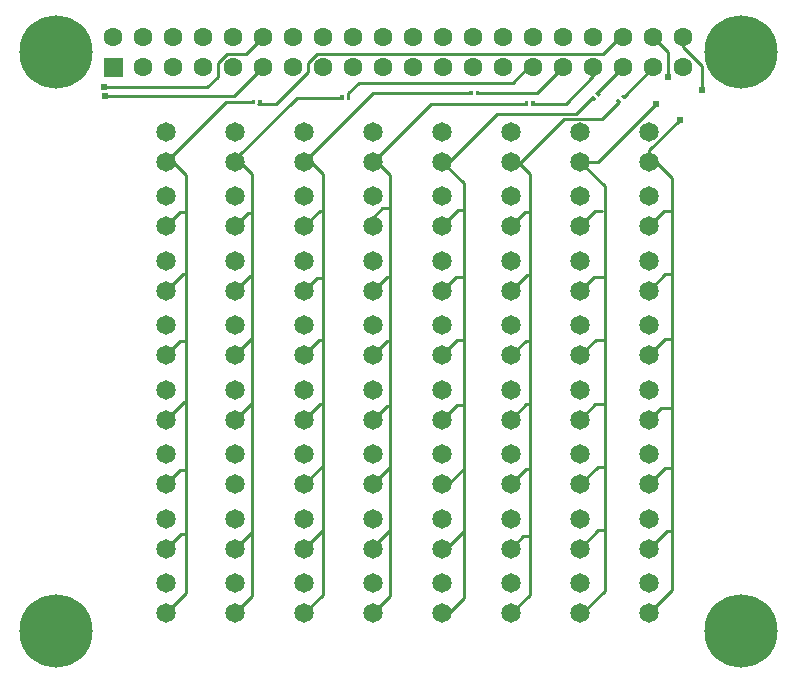
<source format=gbl>
G04 Layer: BottomLayer*
G04 EasyEDA v6.4.19.4, 2021-04-05T15:03:50+03:00*
G04 a937d30ded5e43fdb79698b31add0958,760a9ddc15c74e7bbd11e1bda961fd7a,10*
G04 Gerber Generator version 0.2*
G04 Scale: 100 percent, Rotated: No, Reflected: No *
G04 Dimensions in inches *
G04 leading zeros omitted , absolute positions ,3 integer and 6 decimal *
%FSLAX36Y36*%
%MOIN*%

%ADD10C,0.0100*%
%ADD11C,0.0240*%
%ADD13C,0.2441*%
%ADD15C,0.0630*%
%ADD16C,0.0650*%

%LPD*%
D10*
X1319690Y560815D02*
G01*
X1302896Y560815D01*
X1253540Y511460D01*
X1319690Y773315D02*
G01*
X1300396Y773315D01*
X1253540Y726460D01*
X1319690Y1000815D02*
G01*
X1312896Y1000815D01*
X1253540Y941460D01*
X1319690Y1203315D02*
G01*
X1300396Y1203315D01*
X1253540Y1156460D01*
X1319690Y1428315D02*
G01*
X1310396Y1428315D01*
X1253540Y1371460D01*
X1319690Y1633315D02*
G01*
X1300396Y1633315D01*
X1253540Y1586460D01*
X2863537Y1801460D02*
G01*
X2884728Y1801460D01*
X2939690Y1746500D01*
X2939690Y372611D01*
X2863537Y296460D01*
X1045000Y2050000D02*
G01*
X1390000Y2050000D01*
X1425000Y2085000D01*
X1425000Y2130000D01*
X1455000Y2160000D01*
X1520789Y2160000D01*
X1576419Y2215630D01*
X1050000Y2020000D02*
G01*
X1480790Y2020000D01*
X1576421Y2115630D01*
X1253537Y1801460D02*
G01*
X1274728Y1801460D01*
X1319690Y1756500D01*
X1319690Y362611D01*
X1253537Y296460D01*
X2939690Y570653D02*
G01*
X2922731Y570653D01*
X2863537Y511460D01*
X2939690Y780653D02*
G01*
X2917731Y780653D01*
X2863537Y726460D01*
X2939690Y980653D02*
G01*
X2902731Y980653D01*
X2863537Y941460D01*
X2939690Y1209542D02*
G01*
X2916624Y1209542D01*
X2863537Y1156460D01*
X2939690Y1425099D02*
G01*
X2917179Y1425099D01*
X2863537Y1371460D01*
X2939690Y1637319D02*
G01*
X2914402Y1637319D01*
X2863537Y1586460D01*
X2633537Y296460D02*
G01*
X2639651Y296460D01*
X2714690Y371500D01*
X2714690Y1720311D01*
X2633537Y1801460D01*
X2403537Y1801460D02*
G01*
X2424728Y1801460D01*
X2464690Y1761500D01*
X2464690Y357611D01*
X2403537Y296460D01*
X2173537Y296460D02*
G01*
X2194651Y296460D01*
X2244690Y346500D01*
X2244690Y1730311D01*
X2173537Y1801460D01*
X1943537Y1801460D02*
G01*
X1954728Y1801460D01*
X1999690Y1756500D01*
X1999690Y352611D01*
X1943537Y296460D01*
X1483537Y1801460D02*
G01*
X1499728Y1801460D01*
X1539690Y1761500D01*
X1539690Y352611D01*
X1483537Y296460D01*
X2464690Y1632154D02*
G01*
X2449236Y1632154D01*
X2403537Y1586460D01*
X2464690Y1424153D02*
G01*
X2456233Y1424153D01*
X2403537Y1371460D01*
X2464690Y1204153D02*
G01*
X2451233Y1204153D01*
X2403537Y1156460D01*
X2464690Y992154D02*
G01*
X2454236Y992154D01*
X2403537Y941460D01*
X2464690Y776152D02*
G01*
X2453235Y776152D01*
X2403537Y726460D01*
X2464690Y552154D02*
G01*
X2444236Y552154D01*
X2403537Y511460D01*
X2714690Y572154D02*
G01*
X2694236Y572154D01*
X2633537Y511460D01*
X2714690Y784153D02*
G01*
X2691233Y784153D01*
X2633537Y726460D01*
X2714690Y992154D02*
G01*
X2684236Y992154D01*
X2633537Y941460D01*
X2714690Y1208153D02*
G01*
X2685231Y1208153D01*
X2633537Y1156460D01*
X2714690Y1416152D02*
G01*
X2678235Y1416152D01*
X2633537Y1371460D01*
X2704690Y1636500D02*
G01*
X2683590Y1636500D01*
X2633488Y1586500D01*
X2244690Y1639153D02*
G01*
X2226233Y1639153D01*
X2173537Y1586460D01*
X2244690Y1417485D02*
G01*
X2219567Y1417485D01*
X2173537Y1371460D01*
X2244690Y1205821D02*
G01*
X2222902Y1205821D01*
X2173537Y1156460D01*
X2244690Y990821D02*
G01*
X2222902Y990821D01*
X2173537Y941460D01*
X1999690Y1645821D02*
G01*
X1974011Y1645821D01*
X1949690Y1621500D01*
X1949690Y1592611D01*
X1943537Y1586460D01*
X1999690Y1417485D02*
G01*
X1989567Y1417485D01*
X1943537Y1371460D01*
X1999690Y1202485D02*
G01*
X1989567Y1202485D01*
X1943537Y1156460D01*
X1999690Y985821D02*
G01*
X1987902Y985821D01*
X1943537Y941460D01*
X1713537Y1801460D02*
G01*
X1734728Y1801460D01*
X1774690Y1761500D01*
X1774690Y357611D01*
X1713537Y296460D01*
X1774690Y994153D02*
G01*
X1766233Y994153D01*
X1713537Y941460D01*
X1774690Y1205821D02*
G01*
X1762902Y1205821D01*
X1713537Y1156460D01*
X1774690Y1414153D02*
G01*
X1756233Y1414153D01*
X1713537Y1371460D01*
X1774690Y1637485D02*
G01*
X1764567Y1637485D01*
X1713537Y1586460D01*
X1539690Y1629153D02*
G01*
X1526233Y1629153D01*
X1483537Y1586460D01*
X1539690Y1419153D02*
G01*
X1531233Y1419153D01*
X1483537Y1371460D01*
X1539690Y1209153D02*
G01*
X1536233Y1209153D01*
X1483537Y1156460D01*
X1539690Y1012485D02*
G01*
X1539690Y997611D01*
X1483537Y941460D01*
X1539690Y577485D02*
G01*
X1539690Y567611D01*
X1483537Y511460D01*
X1774690Y570821D02*
G01*
X1772902Y570821D01*
X1713537Y511460D01*
X1774690Y792485D02*
G01*
X1774690Y787611D01*
X1713537Y726460D01*
X1943537Y726460D02*
G01*
X1943537Y728004D01*
X1999690Y784153D01*
X1943537Y511460D02*
G01*
X1943537Y518004D01*
X1999690Y574153D01*
X2173537Y511460D02*
G01*
X2186994Y511460D01*
X2244690Y569153D01*
X2173537Y726460D02*
G01*
X2193665Y726460D01*
X2244690Y777485D01*
X2863540Y1801460D02*
G01*
X2863540Y1838539D01*
X2965000Y1940000D01*
X3040000Y2040000D02*
G01*
X3040000Y2120000D01*
X2976421Y2183578D01*
X2976421Y2215630D01*
X2633540Y1801460D02*
G01*
X2691459Y1801460D01*
X2885000Y1995000D01*
X2876421Y2215630D02*
G01*
X2925000Y2167051D01*
X2925000Y2085000D01*
X2762349Y2002350D02*
G01*
X2762349Y2001549D01*
X2705801Y1945000D01*
X2580000Y1945000D01*
X2436459Y1801460D01*
X2403540Y1801460D01*
X2777659Y2017660D02*
G01*
X2778460Y2017660D01*
X2876400Y2115601D01*
X2692659Y2027660D02*
G01*
X2692659Y2031858D01*
X2776400Y2115601D01*
X2475829Y1995000D02*
G01*
X2585002Y1995000D01*
X2676400Y2086399D01*
X2676400Y2115601D01*
X2677299Y2012399D02*
G01*
X2673100Y2012399D01*
X2620799Y1960000D01*
X2355000Y1960000D01*
X2196499Y1801500D01*
X2173500Y1801500D01*
X1943500Y1801500D02*
G01*
X2136999Y1995000D01*
X2454200Y1995000D01*
X2290799Y2030000D02*
G01*
X2490799Y2030000D01*
X2576400Y2115599D01*
X2269200Y2030000D02*
G01*
X1942100Y2030000D01*
X1713500Y1801500D01*
X2476421Y2115630D02*
G01*
X2460630Y2115630D01*
X2410000Y2065000D01*
X1895000Y2065000D01*
X1860829Y2030830D01*
X1860829Y2015000D01*
X1483540Y1801460D02*
G01*
X1483540Y1808539D01*
X1690000Y2015000D01*
X1839179Y2015000D01*
X1544179Y2000000D02*
G01*
X1452002Y2000000D01*
X1253500Y1801498D01*
X2776400Y2215599D02*
G01*
X2765600Y2215599D01*
X2710000Y2160000D01*
X1755000Y2160000D01*
X1725000Y2130000D01*
X1725000Y2099400D01*
X1619700Y1994800D01*
X1560799Y1995000D01*
G36*
X2776264Y2027399D02*
G01*
X2767911Y2019047D01*
X2779047Y2007912D01*
X2787398Y2016264D01*
G37*
G36*
X2760955Y2012089D02*
G01*
X2752602Y2003739D01*
X2763738Y1992602D01*
X2772089Y2000954D01*
G37*
G36*
X2675955Y2022089D02*
G01*
X2667602Y2013739D01*
X2678738Y2002602D01*
X2687089Y2010954D01*
G37*
G36*
X2691264Y2037399D02*
G01*
X2682911Y2029047D01*
X2694047Y2017912D01*
X2702398Y2026264D01*
G37*
G36*
X2460082Y2002874D02*
G01*
X2448271Y2002874D01*
X2448271Y1987125D01*
X2460082Y1987125D01*
G37*
G36*
X2481732Y2002874D02*
G01*
X2469921Y2002874D01*
X2469921Y1987125D01*
X2481732Y1987125D01*
G37*
G36*
X2275082Y2037874D02*
G01*
X2263271Y2037874D01*
X2263271Y2022125D01*
X2275082Y2022125D01*
G37*
G36*
X2296732Y2037874D02*
G01*
X2284921Y2037874D01*
X2284921Y2022125D01*
X2296732Y2022125D01*
G37*
G36*
X1845082Y2022874D02*
G01*
X1833271Y2022874D01*
X1833271Y2007125D01*
X1845082Y2007125D01*
G37*
G36*
X1866732Y2022874D02*
G01*
X1854921Y2022874D01*
X1854921Y2007125D01*
X1866732Y2007125D01*
G37*
G36*
X1550082Y2007874D02*
G01*
X1538271Y2007874D01*
X1538271Y1992125D01*
X1550082Y1992125D01*
G37*
G36*
X1571732Y2007874D02*
G01*
X1559921Y2007874D01*
X1559921Y1992125D01*
X1571732Y1992125D01*
G37*
D13*
G01*
X884690Y236500D03*
G01*
X3168540Y236460D03*
G01*
X884690Y2165630D03*
G01*
X3168149Y2165630D03*
G36*
X1044921Y2147125D02*
G01*
X1107914Y2147125D01*
X1107914Y2084133D01*
X1044921Y2084133D01*
G37*
D15*
G01*
X1076419Y2215630D03*
G01*
X1176419Y2115630D03*
G01*
X1176419Y2215630D03*
G01*
X1276419Y2115630D03*
G01*
X1276419Y2215630D03*
G01*
X1376419Y2115630D03*
G01*
X1376419Y2215630D03*
G01*
X1476419Y2115630D03*
G01*
X1476419Y2215630D03*
G01*
X1576419Y2115630D03*
G01*
X1576419Y2215630D03*
G01*
X1676419Y2115630D03*
G01*
X1676419Y2215630D03*
G01*
X1776419Y2115630D03*
G01*
X1776419Y2215630D03*
G01*
X1876419Y2115630D03*
G01*
X1876419Y2215630D03*
G01*
X1976419Y2115630D03*
G01*
X1976419Y2215630D03*
G01*
X2076419Y2115630D03*
G01*
X2076419Y2215630D03*
G01*
X2176419Y2115630D03*
G01*
X2176419Y2215630D03*
G01*
X2276419Y2115630D03*
G01*
X2276419Y2215630D03*
G01*
X2376419Y2115630D03*
G01*
X2376419Y2215630D03*
G01*
X2476419Y2115630D03*
G01*
X2476419Y2215630D03*
G01*
X2576419Y2115630D03*
G01*
X2576419Y2215630D03*
G01*
X2676419Y2115630D03*
G01*
X2676419Y2215630D03*
G01*
X2776419Y2115630D03*
G01*
X2776419Y2215630D03*
G01*
X2876419Y2115630D03*
G01*
X2876419Y2215630D03*
G01*
X2976419Y2115630D03*
G01*
X2976419Y2215630D03*
D16*
G01*
X1253540Y396460D03*
G01*
X1253540Y296460D03*
G01*
X1253540Y611460D03*
G01*
X1253540Y511460D03*
G01*
X1253540Y826460D03*
G01*
X1253540Y726460D03*
G01*
X1253540Y1041460D03*
G01*
X1253540Y941460D03*
G01*
X1253540Y1901460D03*
G01*
X1253540Y1801460D03*
G01*
X1253540Y1686460D03*
G01*
X1253540Y1586460D03*
G01*
X1253540Y1471460D03*
G01*
X1253540Y1371460D03*
G01*
X1253540Y1256460D03*
G01*
X1253540Y1156460D03*
G01*
X1483540Y1256460D03*
G01*
X1483540Y1156460D03*
G01*
X1483540Y1471460D03*
G01*
X1483540Y1371460D03*
G01*
X1483540Y1686460D03*
G01*
X1483540Y1586460D03*
G01*
X1483540Y1901460D03*
G01*
X1483540Y1801460D03*
G01*
X1483540Y1041460D03*
G01*
X1483540Y941460D03*
G01*
X1483540Y826460D03*
G01*
X1483540Y726460D03*
G01*
X1483540Y611460D03*
G01*
X1483540Y511460D03*
G01*
X1483540Y396460D03*
G01*
X1483540Y296460D03*
G01*
X1713540Y1256460D03*
G01*
X1713540Y1156460D03*
G01*
X1713540Y1471460D03*
G01*
X1713540Y1371460D03*
G01*
X1713540Y1686460D03*
G01*
X1713540Y1586460D03*
G01*
X1713540Y1901460D03*
G01*
X1713540Y1801460D03*
G01*
X1713540Y1041460D03*
G01*
X1713540Y941460D03*
G01*
X1713540Y826460D03*
G01*
X1713540Y726460D03*
G01*
X1713540Y611460D03*
G01*
X1713540Y511460D03*
G01*
X1713540Y396460D03*
G01*
X1713540Y296460D03*
G01*
X2403540Y396460D03*
G01*
X2403540Y296460D03*
G01*
X2403540Y611460D03*
G01*
X2403540Y511460D03*
G01*
X2403540Y826460D03*
G01*
X2403540Y726460D03*
G01*
X2403540Y1041460D03*
G01*
X2403540Y941460D03*
G01*
X2403540Y1901460D03*
G01*
X2403540Y1801460D03*
G01*
X2403540Y1686460D03*
G01*
X2403540Y1586460D03*
G01*
X2403540Y1471460D03*
G01*
X2403540Y1371460D03*
G01*
X2403540Y1256460D03*
G01*
X2403540Y1156460D03*
G01*
X2173540Y396460D03*
G01*
X2173540Y296460D03*
G01*
X2173540Y611460D03*
G01*
X2173540Y511460D03*
G01*
X2173540Y826460D03*
G01*
X2173540Y726460D03*
G01*
X2173540Y1041460D03*
G01*
X2173540Y941460D03*
G01*
X2173540Y1901460D03*
G01*
X2173540Y1801460D03*
G01*
X2173540Y1686460D03*
G01*
X2173540Y1586460D03*
G01*
X2173540Y1471460D03*
G01*
X2173540Y1371460D03*
G01*
X2173540Y1256460D03*
G01*
X2173540Y1156460D03*
G01*
X1943540Y1256460D03*
G01*
X1943540Y1156460D03*
G01*
X1943540Y1471460D03*
G01*
X1943540Y1371460D03*
G01*
X1943540Y1686460D03*
G01*
X1943540Y1586460D03*
G01*
X1943540Y1901460D03*
G01*
X1943540Y1801460D03*
G01*
X1943540Y1041460D03*
G01*
X1943540Y941460D03*
G01*
X1943540Y826460D03*
G01*
X1943540Y726460D03*
G01*
X1943540Y611460D03*
G01*
X1943540Y511460D03*
G01*
X1943540Y396460D03*
G01*
X1943540Y296460D03*
G01*
X2633540Y1256460D03*
G01*
X2633540Y1156460D03*
G01*
X2633540Y1471460D03*
G01*
X2633540Y1371460D03*
G01*
X2633540Y1686460D03*
G01*
X2633540Y1586460D03*
G01*
X2633540Y1901460D03*
G01*
X2633540Y1801460D03*
G01*
X2633540Y1041460D03*
G01*
X2633540Y941460D03*
G01*
X2633540Y826460D03*
G01*
X2633540Y726460D03*
G01*
X2633540Y611460D03*
G01*
X2633540Y511460D03*
G01*
X2633540Y396460D03*
G01*
X2633540Y296460D03*
G01*
X2863540Y1256460D03*
G01*
X2863540Y1156460D03*
G01*
X2863540Y1471460D03*
G01*
X2863540Y1371460D03*
G01*
X2863540Y1686460D03*
G01*
X2863540Y1586460D03*
G01*
X2863540Y1901460D03*
G01*
X2863540Y1801460D03*
G01*
X2863540Y1041460D03*
G01*
X2863540Y941460D03*
G01*
X2863540Y826460D03*
G01*
X2863540Y726460D03*
G01*
X2863540Y611460D03*
G01*
X2863540Y511460D03*
G01*
X2863540Y396460D03*
G01*
X2863540Y296460D03*
D11*
G01*
X1050000Y2020000D03*
G01*
X1045000Y2050000D03*
G01*
X2965000Y1940000D03*
G01*
X3040000Y2040000D03*
G01*
X2885000Y1995000D03*
G01*
X2925000Y2085000D03*
M02*

</source>
